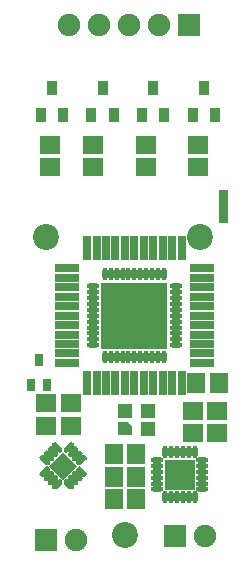
<source format=gts>
G04 DipTrace 2.4.0.2*
%INIoDriverRevF2.gts*%
%MOIN*%
%ADD58R,0.0512X0.0472*%
%ADD66R,0.1043X0.1043*%
%ADD70R,0.2244X0.2244*%
%ADD72O,0.0197X0.0413*%
%ADD74O,0.0413X0.0197*%
%ADD76R,0.0276X0.0787*%
%ADD78R,0.0787X0.0276*%
%ADD84R,0.0276X0.0413*%
%ADD86R,0.0335X0.0492*%
%ADD88C,0.0866*%
%ADD92C,0.0748*%
%ADD94R,0.0748X0.0748*%
%ADD100R,0.0669X0.0591*%
%ADD102R,0.0591X0.0669*%
%FSLAX44Y44*%
G04*
G70*
G90*
G75*
G01*
%LNTopMask*%
%LPD*%
D102*
X10437Y9812D3*
X9689D3*
D100*
X9562Y8875D3*
Y8126D3*
X10375Y8875D3*
Y8126D3*
D102*
X7687Y5937D3*
X6939D3*
D94*
X9437Y21750D3*
D92*
X8437D3*
X7437D3*
X6437D3*
X5437D3*
D94*
X4687Y4562D3*
D92*
X5687D3*
D94*
X8977Y4706D3*
D92*
X9977D3*
D88*
X9812Y14687D3*
X4687D3*
X7312Y4750D3*
D84*
X4187Y9750D3*
X4699D3*
X4443Y10576D3*
D86*
X7875Y18750D3*
X8623D3*
X8249Y19655D3*
X6187Y18750D3*
X6935D3*
X6561Y19655D3*
X4500Y18750D3*
X5248D3*
X4874Y19655D3*
X9562Y18750D3*
X10310D3*
X9936Y19655D3*
D100*
X4812Y17000D3*
Y17748D3*
X6250Y17000D3*
Y17748D3*
X8000Y17000D3*
Y17748D3*
X5499Y9123D3*
Y8375D3*
X4687Y9123D3*
Y8375D3*
X9750Y17000D3*
Y17748D3*
D102*
X7687Y7437D3*
X6939D3*
X6937Y6687D3*
X7685D3*
D78*
X5375Y13625D3*
Y13310D3*
Y12995D3*
Y12680D3*
Y12365D3*
Y12050D3*
Y11735D3*
Y11420D3*
Y11105D3*
Y10790D3*
Y10475D3*
D76*
X6044Y9806D3*
X6359D3*
X6674D3*
X6989D3*
X7304D3*
X7619D3*
X7934D3*
X8249D3*
X8563D3*
X8878D3*
X9193D3*
D78*
X9863Y10475D3*
Y10790D3*
Y11105D3*
Y11420D3*
Y11735D3*
Y12050D3*
Y12365D3*
Y12680D3*
Y12995D3*
Y13310D3*
Y13625D3*
D76*
X9193Y14294D3*
X8878D3*
X8563D3*
X8249D3*
X7934D3*
X7619D3*
X7304D3*
X6989D3*
X6674D3*
X6359D3*
X6044D3*
D74*
X6241Y13034D3*
Y12837D3*
Y12640D3*
Y12443D3*
Y12247D3*
Y12050D3*
Y11853D3*
Y11656D3*
Y11459D3*
Y11262D3*
Y11065D3*
D72*
X6634Y10672D3*
X6831D3*
X7028D3*
X7225D3*
X7422D3*
X7619D3*
X7815D3*
X8012D3*
X8209D3*
X8406D3*
X8603D3*
D74*
X8997Y11065D3*
Y11262D3*
Y11459D3*
Y11656D3*
Y11853D3*
Y12050D3*
Y12247D3*
Y12443D3*
Y12640D3*
Y12837D3*
Y13034D3*
D72*
X8603Y13428D3*
X8406D3*
X8209D3*
X8012D3*
X7815D3*
X7619D3*
X7422D3*
X7225D3*
X7028D3*
X6831D3*
X6634D3*
D70*
X7619Y12050D3*
G36*
X5057Y7511D2*
X5091Y7490D1*
X5135Y7485D1*
X5177Y7499D1*
X5208Y7531D1*
X5222Y7572D1*
X5218Y7616D1*
X5196Y7650D1*
X5037Y7809D1*
X5003Y7830D1*
X4959Y7835D1*
X4918Y7821D1*
X4886Y7790D1*
X4872Y7748D1*
X4877Y7704D1*
X4898Y7670D1*
X5057Y7511D1*
G37*
G36*
X4918Y7372D2*
X4952Y7350D1*
X4996Y7345D1*
X5037Y7360D1*
X5069Y7391D1*
X5083Y7433D1*
X5078Y7477D1*
X5057Y7511D1*
X4898Y7670D1*
X4864Y7691D1*
X4820Y7696D1*
X4778Y7682D1*
X4747Y7650D1*
X4733Y7609D1*
X4738Y7565D1*
X4759Y7531D1*
X4918Y7372D1*
G37*
G36*
X4779Y7232D2*
X4812Y7211D1*
X4856Y7206D1*
X4898Y7221D1*
X4929Y7252D1*
X4944Y7294D1*
X4939Y7338D1*
X4918Y7372D1*
X4759Y7531D1*
X4725Y7552D1*
X4681Y7557D1*
X4639Y7542D1*
X4608Y7511D1*
X4593Y7469D1*
X4598Y7425D1*
X4619Y7392D1*
X4779Y7232D1*
G37*
G36*
X4640Y7093D2*
X4673Y7072D1*
X4717Y7067D1*
X4759Y7082D1*
X4790Y7113D1*
X4805Y7155D1*
X4800Y7199D1*
X4779Y7232D1*
X4619Y7392D1*
X4586Y7413D1*
X4542Y7418D1*
X4500Y7403D1*
X4469Y7372D1*
X4454Y7330D1*
X4459Y7286D1*
X4480Y7253D1*
X4640Y7093D1*
G37*
G36*
X4779Y6863D2*
X4800Y6896D1*
X4805Y6940D1*
X4790Y6982D1*
X4759Y7013D1*
X4717Y7028D1*
X4673Y7023D1*
X4640Y7002D1*
X4480Y6843D1*
X4459Y6809D1*
X4454Y6765D1*
X4469Y6723D1*
X4500Y6692D1*
X4542Y6677D1*
X4586Y6682D1*
X4619Y6703D1*
X4779Y6863D1*
G37*
G36*
X4918Y6724D2*
X4939Y6757D1*
X4944Y6801D1*
X4929Y6843D1*
X4898Y6874D1*
X4856Y6889D1*
X4812Y6884D1*
X4779Y6863D1*
X4619Y6703D1*
X4598Y6670D1*
X4593Y6626D1*
X4608Y6584D1*
X4639Y6553D1*
X4681Y6538D1*
X4725Y6543D1*
X4759Y6564D1*
X4918Y6724D1*
G37*
G36*
X5057Y6584D2*
X5078Y6618D1*
X5083Y6662D1*
X5069Y6704D1*
X5037Y6735D1*
X4996Y6750D1*
X4952Y6745D1*
X4918Y6724D1*
X4759Y6564D1*
X4738Y6531D1*
X4733Y6487D1*
X4747Y6445D1*
X4778Y6414D1*
X4820Y6399D1*
X4864Y6404D1*
X4898Y6425D1*
X5057Y6584D1*
G37*
G36*
X5196Y6445D2*
X5218Y6479D1*
X5222Y6523D1*
X5208Y6565D1*
X5177Y6596D1*
X5135Y6611D1*
X5091Y6606D1*
X5057Y6584D1*
X4898Y6425D1*
X4877Y6391D1*
X4872Y6347D1*
X4886Y6306D1*
X4918Y6274D1*
X4959Y6260D1*
X5003Y6265D1*
X5037Y6286D1*
X5196Y6445D1*
G37*
G36*
X5447Y6286D2*
X5481Y6265D1*
X5525Y6260D1*
X5566Y6274D1*
X5598Y6306D1*
X5612Y6347D1*
X5607Y6391D1*
X5586Y6425D1*
X5427Y6584D1*
X5393Y6606D1*
X5349Y6611D1*
X5307Y6596D1*
X5276Y6565D1*
X5262Y6523D1*
X5266Y6479D1*
X5288Y6445D1*
X5447Y6286D1*
G37*
G36*
X5586Y6425D2*
X5620Y6404D1*
X5664Y6399D1*
X5706Y6414D1*
X5737Y6445D1*
X5751Y6487D1*
X5746Y6531D1*
X5725Y6564D1*
X5566Y6724D1*
X5532Y6745D1*
X5488Y6750D1*
X5447Y6735D1*
X5415Y6704D1*
X5401Y6662D1*
X5406Y6618D1*
X5427Y6584D1*
X5586Y6425D1*
G37*
G36*
X5725Y6564D2*
X5759Y6543D1*
X5803Y6538D1*
X5845Y6553D1*
X5876Y6584D1*
X5891Y6626D1*
X5886Y6670D1*
X5865Y6703D1*
X5705Y6863D1*
X5672Y6884D1*
X5628Y6889D1*
X5586Y6874D1*
X5554Y6843D1*
X5540Y6801D1*
X5545Y6757D1*
X5566Y6724D1*
X5725Y6564D1*
G37*
G36*
X5865Y6703D2*
X5898Y6682D1*
X5942Y6677D1*
X5984Y6692D1*
X6015Y6723D1*
X6030Y6765D1*
X6025Y6809D1*
X6004Y6843D1*
X5844Y7002D1*
X5811Y7023D1*
X5767Y7028D1*
X5725Y7013D1*
X5694Y6982D1*
X5679Y6940D1*
X5684Y6896D1*
X5705Y6863D1*
X5865Y6703D1*
G37*
G36*
X6004Y7253D2*
X6025Y7286D1*
X6030Y7330D1*
X6015Y7372D1*
X5984Y7403D1*
X5942Y7418D1*
X5898Y7413D1*
X5865Y7392D1*
X5705Y7232D1*
X5684Y7199D1*
X5679Y7155D1*
X5694Y7113D1*
X5725Y7082D1*
X5767Y7067D1*
X5811Y7072D1*
X5844Y7093D1*
X6004Y7253D1*
G37*
G36*
X5865Y7392D2*
X5886Y7425D1*
X5891Y7469D1*
X5876Y7511D1*
X5845Y7542D1*
X5803Y7557D1*
X5759Y7552D1*
X5725Y7531D1*
X5566Y7372D1*
X5545Y7338D1*
X5540Y7294D1*
X5554Y7252D1*
X5586Y7221D1*
X5628Y7206D1*
X5672Y7211D1*
X5705Y7232D1*
X5865Y7392D1*
G37*
G36*
X5725Y7531D2*
X5746Y7565D1*
X5751Y7609D1*
X5737Y7650D1*
X5706Y7682D1*
X5664Y7696D1*
X5620Y7691D1*
X5586Y7670D1*
X5427Y7511D1*
X5406Y7477D1*
X5401Y7433D1*
X5415Y7391D1*
X5447Y7360D1*
X5488Y7345D1*
X5532Y7350D1*
X5566Y7372D1*
X5725Y7531D1*
G37*
G36*
X5586Y7670D2*
X5607Y7704D1*
X5612Y7748D1*
X5598Y7790D1*
X5566Y7821D1*
X5525Y7835D1*
X5481Y7830D1*
X5447Y7809D1*
X5288Y7650D1*
X5266Y7616D1*
X5262Y7572D1*
X5276Y7531D1*
X5307Y7499D1*
X5349Y7485D1*
X5393Y7490D1*
X5427Y7511D1*
X5586Y7670D1*
G37*
G36*
X5242Y6574D2*
X4769Y7048D1*
X5242Y7521D1*
X5715Y7048D1*
X5242Y6574D1*
G37*
D72*
X9625Y7500D3*
X9428D3*
X9231D3*
X9034D3*
X8837D3*
X8640D3*
D74*
X8384Y7244D3*
Y7047D3*
Y6850D3*
Y6653D3*
Y6456D3*
Y6259D3*
D72*
X8640Y6003D3*
X8837D3*
X9034D3*
X9231D3*
X9428D3*
X9625D3*
D74*
X9880Y6259D3*
Y6456D3*
Y6653D3*
Y6850D3*
Y7047D3*
Y7244D3*
D66*
X9132Y6751D3*
D58*
X8062Y8873D3*
X7314D3*
G36*
X7553Y8375D2*
Y8061D1*
X7231D1*
X7074D1*
Y8358D1*
X7075Y8504D1*
X7412D1*
X7553Y8375D1*
G37*
D58*
X8062Y8282D3*
G36*
X10437Y16250D2*
X10750D1*
Y15125D1*
X10437D1*
Y16250D1*
G37*
M02*

</source>
